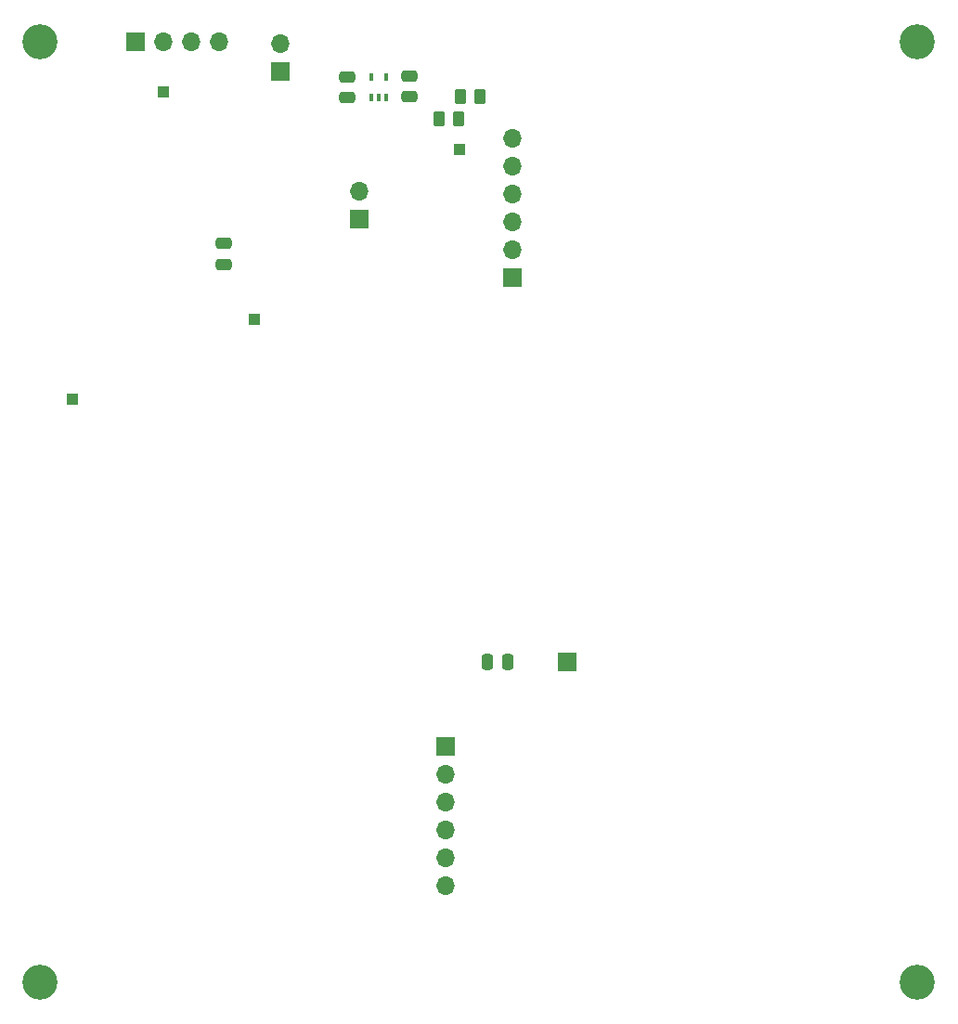
<source format=gbr>
%TF.GenerationSoftware,KiCad,Pcbnew,8.0.8+dfsg-1*%
%TF.CreationDate,2025-07-13T00:35:59+05:30*%
%TF.ProjectId,sanket,73616e6b-6574-42e6-9b69-6361645f7063,4.1*%
%TF.SameCoordinates,Original*%
%TF.FileFunction,Soldermask,Top*%
%TF.FilePolarity,Negative*%
%FSLAX46Y46*%
G04 Gerber Fmt 4.6, Leading zero omitted, Abs format (unit mm)*
G04 Created by KiCad (PCBNEW 8.0.8+dfsg-1) date 2025-07-13 00:35:59*
%MOMM*%
%LPD*%
G01*
G04 APERTURE LIST*
G04 Aperture macros list*
%AMRoundRect*
0 Rectangle with rounded corners*
0 $1 Rounding radius*
0 $2 $3 $4 $5 $6 $7 $8 $9 X,Y pos of 4 corners*
0 Add a 4 corners polygon primitive as box body*
4,1,4,$2,$3,$4,$5,$6,$7,$8,$9,$2,$3,0*
0 Add four circle primitives for the rounded corners*
1,1,$1+$1,$2,$3*
1,1,$1+$1,$4,$5*
1,1,$1+$1,$6,$7*
1,1,$1+$1,$8,$9*
0 Add four rect primitives between the rounded corners*
20,1,$1+$1,$2,$3,$4,$5,0*
20,1,$1+$1,$4,$5,$6,$7,0*
20,1,$1+$1,$6,$7,$8,$9,0*
20,1,$1+$1,$8,$9,$2,$3,0*%
G04 Aperture macros list end*
%ADD10R,1.000000X1.000000*%
%ADD11R,1.700000X1.700000*%
%ADD12O,1.700000X1.700000*%
%ADD13RoundRect,0.100000X0.100000X-0.225000X0.100000X0.225000X-0.100000X0.225000X-0.100000X-0.225000X0*%
%ADD14C,3.200000*%
%ADD15RoundRect,0.250000X0.262500X0.450000X-0.262500X0.450000X-0.262500X-0.450000X0.262500X-0.450000X0*%
%ADD16RoundRect,0.250000X-0.475000X0.250000X-0.475000X-0.250000X0.475000X-0.250000X0.475000X0.250000X0*%
%ADD17RoundRect,0.250000X0.475000X-0.250000X0.475000X0.250000X-0.475000X0.250000X-0.475000X-0.250000X0*%
%ADD18RoundRect,0.250000X0.250000X0.475000X-0.250000X0.475000X-0.250000X-0.475000X0.250000X-0.475000X0*%
G04 APERTURE END LIST*
D10*
%TO.C,TP4*%
X105216100Y-86955000D03*
%TD*%
%TO.C,TP1*%
X140483900Y-64204600D03*
%TD*%
D11*
%TO.C,J2*%
X124177100Y-57092600D03*
D12*
X124177100Y-54552600D03*
%TD*%
D13*
%TO.C,U1*%
X132518700Y-59465000D03*
X133168700Y-59465000D03*
X133818700Y-59465000D03*
X133818700Y-57565000D03*
X132518700Y-57565000D03*
%TD*%
D11*
%TO.C,J6*%
X150339100Y-110940600D03*
%TD*%
D10*
%TO.C,TP3*%
X121789500Y-79647800D03*
%TD*%
D14*
%TO.C,H3*%
X182306100Y-140098600D03*
%TD*%
D15*
%TO.C,R1*%
X142412400Y-59378600D03*
X140587400Y-59378600D03*
%TD*%
D14*
%TO.C,H1*%
X102296100Y-54368600D03*
%TD*%
%TO.C,H4*%
X102296100Y-140098600D03*
%TD*%
D15*
%TO.C,R2*%
X140480100Y-61410600D03*
X138655100Y-61410600D03*
%TD*%
D14*
%TO.C,H2*%
X182306100Y-54368600D03*
%TD*%
D11*
%TO.C,J3*%
X145361100Y-75853600D03*
D12*
X145361100Y-73313600D03*
X145361100Y-70773600D03*
X145361100Y-68233600D03*
X145361100Y-65693600D03*
X145361100Y-63153600D03*
%TD*%
D11*
%TO.C,J1*%
X139240300Y-118616229D03*
D12*
X139240300Y-121156229D03*
X139240300Y-123696229D03*
X139240300Y-126236229D03*
X139240300Y-128776229D03*
X139240300Y-131316229D03*
%TD*%
D16*
%TO.C,C1*%
X135962700Y-57463400D03*
X135962700Y-59363400D03*
%TD*%
D17*
%TO.C,C2*%
X130273100Y-59449800D03*
X130273100Y-57549800D03*
%TD*%
D10*
%TO.C,TP2*%
X113551100Y-58898600D03*
%TD*%
D18*
%TO.C,R5*%
X144939100Y-110940600D03*
X143039100Y-110940600D03*
%TD*%
D17*
%TO.C,R12*%
X119046300Y-74639000D03*
X119046300Y-72739000D03*
%TD*%
D11*
%TO.C,J4*%
X131389100Y-70554600D03*
D12*
X131389100Y-68014600D03*
%TD*%
D11*
%TO.C,J5*%
X110941100Y-54368600D03*
D12*
X113481100Y-54368600D03*
X116021100Y-54368600D03*
X118561100Y-54368600D03*
%TD*%
M02*

</source>
